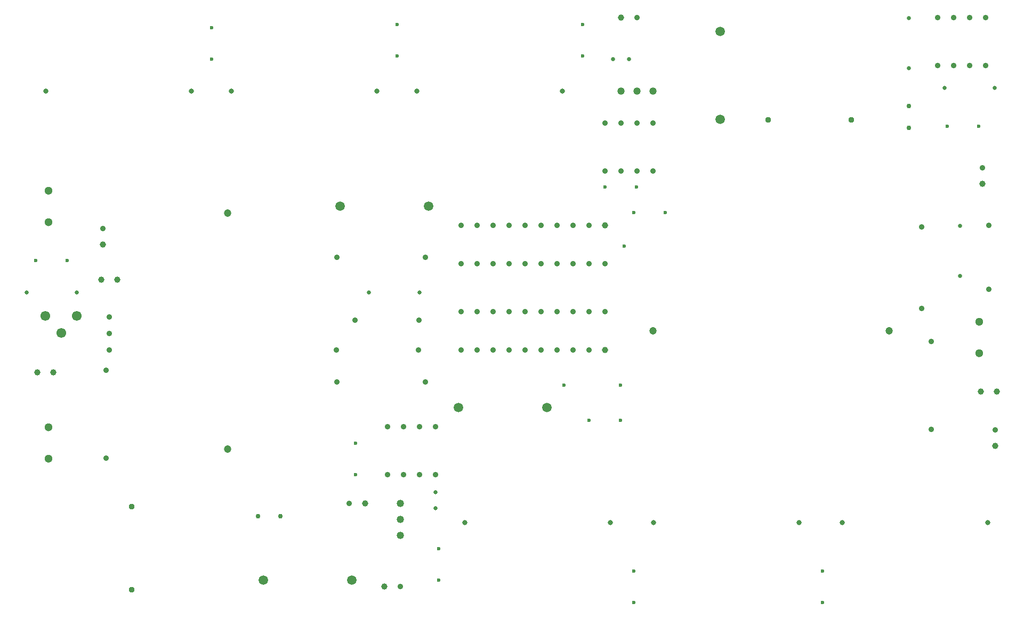
<source format=gbr>
G04 Generated by Ultiboard 13.0 *
%FSLAX25Y25*%
%MOIN*%

%ADD11C,0.03200*%
%ADD12C,0.02559*%
%ADD13C,0.04667*%
%ADD14C,0.03500*%
%ADD15C,0.05906*%
%ADD16C,0.05118*%
%ADD17C,0.02953*%
%ADD18C,0.03700*%
%ADD19C,0.03917*%
%ADD20C,0.03543*%
%ADD21C,0.04724*%
%ADD22C,0.02362*%
%ADD23C,0.03937*%
%ADD24C,0.02598*%
%ADD25C,0.06102*%


G04 ColorRGB 000000 for the following layer *
%LNDrill-Copper Top-Copper Bottom*%
%LPD*%
G54D11*
X254500Y332000D03*
X345500Y332000D03*
X22500Y332000D03*
X113500Y332000D03*
X138500Y332000D03*
X229500Y332000D03*
X611500Y62000D03*
X520500Y62000D03*
X493500Y62000D03*
X402500Y62000D03*
X375500Y62000D03*
X284500Y62000D03*
G54D12*
X377079Y352000D03*
X386921Y352000D03*
X266000Y80921D03*
X266000Y71079D03*
G54D13*
X382000Y332000D03*
X402000Y332000D03*
X392000Y332000D03*
X244000Y74000D03*
X244000Y54000D03*
X244000Y64000D03*
G54D14*
X372000Y312000D03*
X382000Y282000D03*
X402000Y282000D03*
X392000Y282000D03*
X402000Y312000D03*
X382000Y312000D03*
X392000Y312000D03*
X372000Y282000D03*
X392000Y378000D03*
X58000Y246000D03*
X244000Y22000D03*
X608000Y284000D03*
X266000Y92000D03*
X256000Y122000D03*
X236000Y122000D03*
X246000Y122000D03*
X236000Y92000D03*
X256000Y92000D03*
X246000Y92000D03*
X266000Y122000D03*
X212000Y74000D03*
X342000Y170000D03*
X352000Y170000D03*
X362000Y170000D03*
X322000Y170000D03*
X332000Y170000D03*
X312000Y170000D03*
X292000Y170000D03*
X302000Y170000D03*
X282000Y170000D03*
X342000Y248000D03*
X352000Y248000D03*
X362000Y248000D03*
X322000Y248000D03*
X332000Y248000D03*
X312000Y248000D03*
X292000Y248000D03*
X302000Y248000D03*
X282000Y248000D03*
X616000Y120000D03*
X62000Y180433D03*
X62000Y190866D03*
X62000Y170000D03*
X372000Y194000D03*
X362000Y224000D03*
X342000Y224000D03*
X352000Y224000D03*
X332000Y224000D03*
X312000Y224000D03*
X322000Y224000D03*
X302000Y224000D03*
X292000Y224000D03*
X282000Y224000D03*
X312000Y194000D03*
X342000Y194000D03*
X362000Y194000D03*
X352000Y194000D03*
X332000Y194000D03*
X322000Y194000D03*
X302000Y194000D03*
X292000Y194000D03*
X282000Y194000D03*
X372000Y224000D03*
X610000Y348000D03*
X600000Y378000D03*
X580000Y378000D03*
X590000Y378000D03*
X580000Y348000D03*
X600000Y348000D03*
X590000Y348000D03*
X610000Y378000D03*
G54D15*
X261559Y260000D03*
X206441Y260000D03*
X444000Y369559D03*
X444000Y314441D03*
X213559Y26000D03*
X158441Y26000D03*
X280441Y134000D03*
X335559Y134000D03*
G54D16*
X24000Y250157D03*
X24000Y269843D03*
X24000Y102157D03*
X24000Y121843D03*
X606000Y187843D03*
X606000Y168157D03*
G54D17*
X562000Y322890D03*
X562000Y309110D03*
X168890Y66000D03*
X155110Y66000D03*
G54D18*
X474000Y314000D03*
X526000Y314000D03*
X76000Y20000D03*
X76000Y72000D03*
G54D19*
X382000Y378000D03*
X58000Y236000D03*
X234000Y22000D03*
X608000Y274000D03*
X222000Y74000D03*
X372000Y170000D03*
X372000Y248000D03*
X616000Y110000D03*
G54D20*
X570000Y247181D03*
X570000Y196000D03*
X612000Y208000D03*
X612000Y248000D03*
X204441Y228000D03*
X259559Y228000D03*
X60000Y102441D03*
X60000Y157559D03*
X255348Y169965D03*
X204167Y169965D03*
X215865Y188838D03*
X255865Y188838D03*
X576000Y120441D03*
X576000Y175559D03*
X259559Y150000D03*
X204441Y150000D03*
G54D21*
X402181Y182000D03*
X549819Y182000D03*
X136000Y255819D03*
X136000Y108181D03*
G54D22*
X16157Y226000D03*
X35843Y226000D03*
X508000Y12157D03*
X508000Y31843D03*
X390000Y12157D03*
X390000Y31843D03*
X346283Y148000D03*
X381717Y148000D03*
X362157Y126000D03*
X381843Y126000D03*
X268000Y26157D03*
X268000Y45843D03*
X384000Y235000D03*
X216000Y111843D03*
X216000Y92157D03*
X409843Y256000D03*
X390157Y256000D03*
X391843Y272000D03*
X372157Y272000D03*
X358000Y373843D03*
X358000Y354157D03*
X242000Y373843D03*
X242000Y354157D03*
X126000Y371843D03*
X126000Y352157D03*
X605843Y310000D03*
X586157Y310000D03*
G54D23*
X57000Y214000D03*
X67000Y214000D03*
X607000Y144000D03*
X617000Y144000D03*
X27000Y156000D03*
X17000Y156000D03*
G54D24*
X10252Y206000D03*
X41748Y206000D03*
X224419Y205965D03*
X255915Y205965D03*
X562000Y346252D03*
X562000Y377748D03*
X594000Y216252D03*
X594000Y247748D03*
X615748Y334000D03*
X584252Y334000D03*
G54D25*
X41843Y191315D03*
X22157Y191315D03*
X32000Y180685D03*

M02*

</source>
